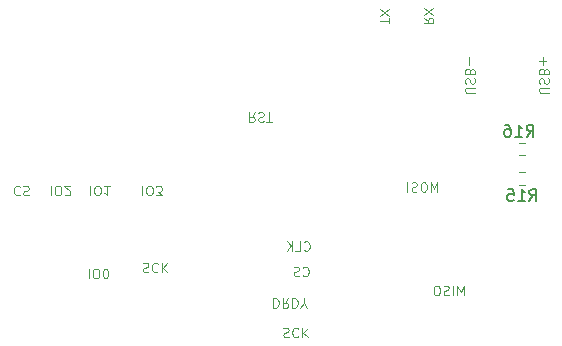
<source format=gbr>
%TF.GenerationSoftware,KiCad,Pcbnew,9.0.5*%
%TF.CreationDate,2026-01-02T01:02:28-05:00*%
%TF.ProjectId,fin-prototype,66696e2d-7072-46f7-946f-747970652e6b,rev?*%
%TF.SameCoordinates,Original*%
%TF.FileFunction,Legend,Bot*%
%TF.FilePolarity,Positive*%
%FSLAX46Y46*%
G04 Gerber Fmt 4.6, Leading zero omitted, Abs format (unit mm)*
G04 Created by KiCad (PCBNEW 9.0.5) date 2026-01-02 01:02:28*
%MOMM*%
%LPD*%
G01*
G04 APERTURE LIST*
%ADD10C,0.090000*%
%ADD11C,0.150000*%
%ADD12C,0.120000*%
G04 APERTURE END LIST*
D10*
X98666667Y-80210775D02*
X98628571Y-80172680D01*
X98628571Y-80172680D02*
X98514286Y-80134584D01*
X98514286Y-80134584D02*
X98438095Y-80134584D01*
X98438095Y-80134584D02*
X98323809Y-80172680D01*
X98323809Y-80172680D02*
X98247619Y-80248870D01*
X98247619Y-80248870D02*
X98209524Y-80325060D01*
X98209524Y-80325060D02*
X98171428Y-80477441D01*
X98171428Y-80477441D02*
X98171428Y-80591727D01*
X98171428Y-80591727D02*
X98209524Y-80744108D01*
X98209524Y-80744108D02*
X98247619Y-80820299D01*
X98247619Y-80820299D02*
X98323809Y-80896489D01*
X98323809Y-80896489D02*
X98438095Y-80934584D01*
X98438095Y-80934584D02*
X98514286Y-80934584D01*
X98514286Y-80934584D02*
X98628571Y-80896489D01*
X98628571Y-80896489D02*
X98666667Y-80858394D01*
X98971428Y-80172680D02*
X99085714Y-80134584D01*
X99085714Y-80134584D02*
X99276190Y-80134584D01*
X99276190Y-80134584D02*
X99352381Y-80172680D01*
X99352381Y-80172680D02*
X99390476Y-80210775D01*
X99390476Y-80210775D02*
X99428571Y-80286965D01*
X99428571Y-80286965D02*
X99428571Y-80363156D01*
X99428571Y-80363156D02*
X99390476Y-80439346D01*
X99390476Y-80439346D02*
X99352381Y-80477441D01*
X99352381Y-80477441D02*
X99276190Y-80515537D01*
X99276190Y-80515537D02*
X99123809Y-80553632D01*
X99123809Y-80553632D02*
X99047619Y-80591727D01*
X99047619Y-80591727D02*
X99009524Y-80629822D01*
X99009524Y-80629822D02*
X98971428Y-80706013D01*
X98971428Y-80706013D02*
X98971428Y-80782203D01*
X98971428Y-80782203D02*
X99009524Y-80858394D01*
X99009524Y-80858394D02*
X99047619Y-80896489D01*
X99047619Y-80896489D02*
X99123809Y-80934584D01*
X99123809Y-80934584D02*
X99314286Y-80934584D01*
X99314286Y-80934584D02*
X99428571Y-80896489D01*
X120147619Y-89634584D02*
X120147619Y-90434584D01*
X120147619Y-90434584D02*
X120338095Y-90434584D01*
X120338095Y-90434584D02*
X120452381Y-90396489D01*
X120452381Y-90396489D02*
X120528571Y-90320299D01*
X120528571Y-90320299D02*
X120566666Y-90244108D01*
X120566666Y-90244108D02*
X120604762Y-90091727D01*
X120604762Y-90091727D02*
X120604762Y-89977441D01*
X120604762Y-89977441D02*
X120566666Y-89825060D01*
X120566666Y-89825060D02*
X120528571Y-89748870D01*
X120528571Y-89748870D02*
X120452381Y-89672680D01*
X120452381Y-89672680D02*
X120338095Y-89634584D01*
X120338095Y-89634584D02*
X120147619Y-89634584D01*
X121404762Y-89634584D02*
X121138095Y-90015537D01*
X120947619Y-89634584D02*
X120947619Y-90434584D01*
X120947619Y-90434584D02*
X121252381Y-90434584D01*
X121252381Y-90434584D02*
X121328571Y-90396489D01*
X121328571Y-90396489D02*
X121366666Y-90358394D01*
X121366666Y-90358394D02*
X121404762Y-90282203D01*
X121404762Y-90282203D02*
X121404762Y-90167918D01*
X121404762Y-90167918D02*
X121366666Y-90091727D01*
X121366666Y-90091727D02*
X121328571Y-90053632D01*
X121328571Y-90053632D02*
X121252381Y-90015537D01*
X121252381Y-90015537D02*
X120947619Y-90015537D01*
X121747619Y-89634584D02*
X121747619Y-90434584D01*
X121747619Y-90434584D02*
X121938095Y-90434584D01*
X121938095Y-90434584D02*
X122052381Y-90396489D01*
X122052381Y-90396489D02*
X122128571Y-90320299D01*
X122128571Y-90320299D02*
X122166666Y-90244108D01*
X122166666Y-90244108D02*
X122204762Y-90091727D01*
X122204762Y-90091727D02*
X122204762Y-89977441D01*
X122204762Y-89977441D02*
X122166666Y-89825060D01*
X122166666Y-89825060D02*
X122128571Y-89748870D01*
X122128571Y-89748870D02*
X122052381Y-89672680D01*
X122052381Y-89672680D02*
X121938095Y-89634584D01*
X121938095Y-89634584D02*
X121747619Y-89634584D01*
X122700000Y-90015537D02*
X122700000Y-89634584D01*
X122433333Y-90434584D02*
X122700000Y-90015537D01*
X122700000Y-90015537D02*
X122966666Y-90434584D01*
X132884584Y-65883332D02*
X133265537Y-66149999D01*
X132884584Y-66340475D02*
X133684584Y-66340475D01*
X133684584Y-66340475D02*
X133684584Y-66035713D01*
X133684584Y-66035713D02*
X133646489Y-65959523D01*
X133646489Y-65959523D02*
X133608394Y-65921428D01*
X133608394Y-65921428D02*
X133532203Y-65883332D01*
X133532203Y-65883332D02*
X133417918Y-65883332D01*
X133417918Y-65883332D02*
X133341727Y-65921428D01*
X133341727Y-65921428D02*
X133303632Y-65959523D01*
X133303632Y-65959523D02*
X133265537Y-66035713D01*
X133265537Y-66035713D02*
X133265537Y-66340475D01*
X133684584Y-65616666D02*
X132884584Y-65083332D01*
X133684584Y-65083332D02*
X132884584Y-65616666D01*
X104630000Y-80134584D02*
X104630000Y-80934584D01*
X105163333Y-80934584D02*
X105315714Y-80934584D01*
X105315714Y-80934584D02*
X105391904Y-80896489D01*
X105391904Y-80896489D02*
X105468095Y-80820299D01*
X105468095Y-80820299D02*
X105506190Y-80667918D01*
X105506190Y-80667918D02*
X105506190Y-80401251D01*
X105506190Y-80401251D02*
X105468095Y-80248870D01*
X105468095Y-80248870D02*
X105391904Y-80172680D01*
X105391904Y-80172680D02*
X105315714Y-80134584D01*
X105315714Y-80134584D02*
X105163333Y-80134584D01*
X105163333Y-80134584D02*
X105087142Y-80172680D01*
X105087142Y-80172680D02*
X105010952Y-80248870D01*
X105010952Y-80248870D02*
X104972856Y-80401251D01*
X104972856Y-80401251D02*
X104972856Y-80667918D01*
X104972856Y-80667918D02*
X105010952Y-80820299D01*
X105010952Y-80820299D02*
X105087142Y-80896489D01*
X105087142Y-80896489D02*
X105163333Y-80934584D01*
X106268094Y-80134584D02*
X105810951Y-80134584D01*
X106039523Y-80134584D02*
X106039523Y-80934584D01*
X106039523Y-80934584D02*
X105963332Y-80820299D01*
X105963332Y-80820299D02*
X105887142Y-80744108D01*
X105887142Y-80744108D02*
X105810951Y-80706013D01*
X122633332Y-87684224D02*
X122671428Y-87722320D01*
X122671428Y-87722320D02*
X122785713Y-87760415D01*
X122785713Y-87760415D02*
X122861904Y-87760415D01*
X122861904Y-87760415D02*
X122976190Y-87722320D01*
X122976190Y-87722320D02*
X123052380Y-87646129D01*
X123052380Y-87646129D02*
X123090475Y-87569939D01*
X123090475Y-87569939D02*
X123128571Y-87417558D01*
X123128571Y-87417558D02*
X123128571Y-87303272D01*
X123128571Y-87303272D02*
X123090475Y-87150891D01*
X123090475Y-87150891D02*
X123052380Y-87074700D01*
X123052380Y-87074700D02*
X122976190Y-86998510D01*
X122976190Y-86998510D02*
X122861904Y-86960415D01*
X122861904Y-86960415D02*
X122785713Y-86960415D01*
X122785713Y-86960415D02*
X122671428Y-86998510D01*
X122671428Y-86998510D02*
X122633332Y-87036605D01*
X122328571Y-87722320D02*
X122214285Y-87760415D01*
X122214285Y-87760415D02*
X122023809Y-87760415D01*
X122023809Y-87760415D02*
X121947618Y-87722320D01*
X121947618Y-87722320D02*
X121909523Y-87684224D01*
X121909523Y-87684224D02*
X121871428Y-87608034D01*
X121871428Y-87608034D02*
X121871428Y-87531843D01*
X121871428Y-87531843D02*
X121909523Y-87455653D01*
X121909523Y-87455653D02*
X121947618Y-87417558D01*
X121947618Y-87417558D02*
X122023809Y-87379462D01*
X122023809Y-87379462D02*
X122176190Y-87341367D01*
X122176190Y-87341367D02*
X122252380Y-87303272D01*
X122252380Y-87303272D02*
X122290475Y-87265177D01*
X122290475Y-87265177D02*
X122328571Y-87188986D01*
X122328571Y-87188986D02*
X122328571Y-87112796D01*
X122328571Y-87112796D02*
X122290475Y-87036605D01*
X122290475Y-87036605D02*
X122252380Y-86998510D01*
X122252380Y-86998510D02*
X122176190Y-86960415D01*
X122176190Y-86960415D02*
X121985713Y-86960415D01*
X121985713Y-86960415D02*
X121871428Y-86998510D01*
X129934584Y-66359523D02*
X129934584Y-65902380D01*
X129134584Y-66130952D02*
X129934584Y-66130952D01*
X129934584Y-65711904D02*
X129134584Y-65178570D01*
X129934584Y-65178570D02*
X129134584Y-65711904D01*
X109030000Y-80134584D02*
X109030000Y-80934584D01*
X109563333Y-80934584D02*
X109715714Y-80934584D01*
X109715714Y-80934584D02*
X109791904Y-80896489D01*
X109791904Y-80896489D02*
X109868095Y-80820299D01*
X109868095Y-80820299D02*
X109906190Y-80667918D01*
X109906190Y-80667918D02*
X109906190Y-80401251D01*
X109906190Y-80401251D02*
X109868095Y-80248870D01*
X109868095Y-80248870D02*
X109791904Y-80172680D01*
X109791904Y-80172680D02*
X109715714Y-80134584D01*
X109715714Y-80134584D02*
X109563333Y-80134584D01*
X109563333Y-80134584D02*
X109487142Y-80172680D01*
X109487142Y-80172680D02*
X109410952Y-80248870D01*
X109410952Y-80248870D02*
X109372856Y-80401251D01*
X109372856Y-80401251D02*
X109372856Y-80667918D01*
X109372856Y-80667918D02*
X109410952Y-80820299D01*
X109410952Y-80820299D02*
X109487142Y-80896489D01*
X109487142Y-80896489D02*
X109563333Y-80934584D01*
X110172856Y-80934584D02*
X110668094Y-80934584D01*
X110668094Y-80934584D02*
X110401428Y-80629822D01*
X110401428Y-80629822D02*
X110515713Y-80629822D01*
X110515713Y-80629822D02*
X110591904Y-80591727D01*
X110591904Y-80591727D02*
X110629999Y-80553632D01*
X110629999Y-80553632D02*
X110668094Y-80477441D01*
X110668094Y-80477441D02*
X110668094Y-80286965D01*
X110668094Y-80286965D02*
X110629999Y-80210775D01*
X110629999Y-80210775D02*
X110591904Y-80172680D01*
X110591904Y-80172680D02*
X110515713Y-80134584D01*
X110515713Y-80134584D02*
X110287142Y-80134584D01*
X110287142Y-80134584D02*
X110210951Y-80172680D01*
X110210951Y-80172680D02*
X110172856Y-80210775D01*
X109101428Y-86672680D02*
X109215714Y-86634584D01*
X109215714Y-86634584D02*
X109406190Y-86634584D01*
X109406190Y-86634584D02*
X109482381Y-86672680D01*
X109482381Y-86672680D02*
X109520476Y-86710775D01*
X109520476Y-86710775D02*
X109558571Y-86786965D01*
X109558571Y-86786965D02*
X109558571Y-86863156D01*
X109558571Y-86863156D02*
X109520476Y-86939346D01*
X109520476Y-86939346D02*
X109482381Y-86977441D01*
X109482381Y-86977441D02*
X109406190Y-87015537D01*
X109406190Y-87015537D02*
X109253809Y-87053632D01*
X109253809Y-87053632D02*
X109177619Y-87091727D01*
X109177619Y-87091727D02*
X109139524Y-87129822D01*
X109139524Y-87129822D02*
X109101428Y-87206013D01*
X109101428Y-87206013D02*
X109101428Y-87282203D01*
X109101428Y-87282203D02*
X109139524Y-87358394D01*
X109139524Y-87358394D02*
X109177619Y-87396489D01*
X109177619Y-87396489D02*
X109253809Y-87434584D01*
X109253809Y-87434584D02*
X109444286Y-87434584D01*
X109444286Y-87434584D02*
X109558571Y-87396489D01*
X110358572Y-86710775D02*
X110320476Y-86672680D01*
X110320476Y-86672680D02*
X110206191Y-86634584D01*
X110206191Y-86634584D02*
X110130000Y-86634584D01*
X110130000Y-86634584D02*
X110015714Y-86672680D01*
X110015714Y-86672680D02*
X109939524Y-86748870D01*
X109939524Y-86748870D02*
X109901429Y-86825060D01*
X109901429Y-86825060D02*
X109863333Y-86977441D01*
X109863333Y-86977441D02*
X109863333Y-87091727D01*
X109863333Y-87091727D02*
X109901429Y-87244108D01*
X109901429Y-87244108D02*
X109939524Y-87320299D01*
X109939524Y-87320299D02*
X110015714Y-87396489D01*
X110015714Y-87396489D02*
X110130000Y-87434584D01*
X110130000Y-87434584D02*
X110206191Y-87434584D01*
X110206191Y-87434584D02*
X110320476Y-87396489D01*
X110320476Y-87396489D02*
X110358572Y-87358394D01*
X110701429Y-86634584D02*
X110701429Y-87434584D01*
X111158572Y-86634584D02*
X110815714Y-87091727D01*
X111158572Y-87434584D02*
X110701429Y-86977441D01*
X143434584Y-72254761D02*
X142786965Y-72254761D01*
X142786965Y-72254761D02*
X142710775Y-72216666D01*
X142710775Y-72216666D02*
X142672680Y-72178571D01*
X142672680Y-72178571D02*
X142634584Y-72102380D01*
X142634584Y-72102380D02*
X142634584Y-71949999D01*
X142634584Y-71949999D02*
X142672680Y-71873809D01*
X142672680Y-71873809D02*
X142710775Y-71835714D01*
X142710775Y-71835714D02*
X142786965Y-71797618D01*
X142786965Y-71797618D02*
X143434584Y-71797618D01*
X142672680Y-71454762D02*
X142634584Y-71340476D01*
X142634584Y-71340476D02*
X142634584Y-71150000D01*
X142634584Y-71150000D02*
X142672680Y-71073809D01*
X142672680Y-71073809D02*
X142710775Y-71035714D01*
X142710775Y-71035714D02*
X142786965Y-70997619D01*
X142786965Y-70997619D02*
X142863156Y-70997619D01*
X142863156Y-70997619D02*
X142939346Y-71035714D01*
X142939346Y-71035714D02*
X142977441Y-71073809D01*
X142977441Y-71073809D02*
X143015537Y-71150000D01*
X143015537Y-71150000D02*
X143053632Y-71302381D01*
X143053632Y-71302381D02*
X143091727Y-71378571D01*
X143091727Y-71378571D02*
X143129822Y-71416666D01*
X143129822Y-71416666D02*
X143206013Y-71454762D01*
X143206013Y-71454762D02*
X143282203Y-71454762D01*
X143282203Y-71454762D02*
X143358394Y-71416666D01*
X143358394Y-71416666D02*
X143396489Y-71378571D01*
X143396489Y-71378571D02*
X143434584Y-71302381D01*
X143434584Y-71302381D02*
X143434584Y-71111904D01*
X143434584Y-71111904D02*
X143396489Y-70997619D01*
X143053632Y-70388095D02*
X143015537Y-70273809D01*
X143015537Y-70273809D02*
X142977441Y-70235714D01*
X142977441Y-70235714D02*
X142901251Y-70197618D01*
X142901251Y-70197618D02*
X142786965Y-70197618D01*
X142786965Y-70197618D02*
X142710775Y-70235714D01*
X142710775Y-70235714D02*
X142672680Y-70273809D01*
X142672680Y-70273809D02*
X142634584Y-70349999D01*
X142634584Y-70349999D02*
X142634584Y-70654761D01*
X142634584Y-70654761D02*
X143434584Y-70654761D01*
X143434584Y-70654761D02*
X143434584Y-70388095D01*
X143434584Y-70388095D02*
X143396489Y-70311904D01*
X143396489Y-70311904D02*
X143358394Y-70273809D01*
X143358394Y-70273809D02*
X143282203Y-70235714D01*
X143282203Y-70235714D02*
X143206013Y-70235714D01*
X143206013Y-70235714D02*
X143129822Y-70273809D01*
X143129822Y-70273809D02*
X143091727Y-70311904D01*
X143091727Y-70311904D02*
X143053632Y-70388095D01*
X143053632Y-70388095D02*
X143053632Y-70654761D01*
X142939346Y-69854761D02*
X142939346Y-69245238D01*
X142634584Y-69549999D02*
X143244108Y-69549999D01*
D11*
X141580599Y-75954819D02*
X141913932Y-75478628D01*
X142152027Y-75954819D02*
X142152027Y-74954819D01*
X142152027Y-74954819D02*
X141771075Y-74954819D01*
X141771075Y-74954819D02*
X141675837Y-75002438D01*
X141675837Y-75002438D02*
X141628218Y-75050057D01*
X141628218Y-75050057D02*
X141580599Y-75145295D01*
X141580599Y-75145295D02*
X141580599Y-75288152D01*
X141580599Y-75288152D02*
X141628218Y-75383390D01*
X141628218Y-75383390D02*
X141675837Y-75431009D01*
X141675837Y-75431009D02*
X141771075Y-75478628D01*
X141771075Y-75478628D02*
X142152027Y-75478628D01*
X140628218Y-75954819D02*
X141199646Y-75954819D01*
X140913932Y-75954819D02*
X140913932Y-74954819D01*
X140913932Y-74954819D02*
X141009170Y-75097676D01*
X141009170Y-75097676D02*
X141104408Y-75192914D01*
X141104408Y-75192914D02*
X141199646Y-75240533D01*
X139771075Y-74954819D02*
X139961551Y-74954819D01*
X139961551Y-74954819D02*
X140056789Y-75002438D01*
X140056789Y-75002438D02*
X140104408Y-75050057D01*
X140104408Y-75050057D02*
X140199646Y-75192914D01*
X140199646Y-75192914D02*
X140247265Y-75383390D01*
X140247265Y-75383390D02*
X140247265Y-75764342D01*
X140247265Y-75764342D02*
X140199646Y-75859580D01*
X140199646Y-75859580D02*
X140152027Y-75907200D01*
X140152027Y-75907200D02*
X140056789Y-75954819D01*
X140056789Y-75954819D02*
X139866313Y-75954819D01*
X139866313Y-75954819D02*
X139771075Y-75907200D01*
X139771075Y-75907200D02*
X139723456Y-75859580D01*
X139723456Y-75859580D02*
X139675837Y-75764342D01*
X139675837Y-75764342D02*
X139675837Y-75526247D01*
X139675837Y-75526247D02*
X139723456Y-75431009D01*
X139723456Y-75431009D02*
X139771075Y-75383390D01*
X139771075Y-75383390D02*
X139866313Y-75335771D01*
X139866313Y-75335771D02*
X140056789Y-75335771D01*
X140056789Y-75335771D02*
X140152027Y-75383390D01*
X140152027Y-75383390D02*
X140199646Y-75431009D01*
X140199646Y-75431009D02*
X140247265Y-75526247D01*
D10*
X104500000Y-87134584D02*
X104500000Y-87934584D01*
X105033333Y-87934584D02*
X105185714Y-87934584D01*
X105185714Y-87934584D02*
X105261904Y-87896489D01*
X105261904Y-87896489D02*
X105338095Y-87820299D01*
X105338095Y-87820299D02*
X105376190Y-87667918D01*
X105376190Y-87667918D02*
X105376190Y-87401251D01*
X105376190Y-87401251D02*
X105338095Y-87248870D01*
X105338095Y-87248870D02*
X105261904Y-87172680D01*
X105261904Y-87172680D02*
X105185714Y-87134584D01*
X105185714Y-87134584D02*
X105033333Y-87134584D01*
X105033333Y-87134584D02*
X104957142Y-87172680D01*
X104957142Y-87172680D02*
X104880952Y-87248870D01*
X104880952Y-87248870D02*
X104842856Y-87401251D01*
X104842856Y-87401251D02*
X104842856Y-87667918D01*
X104842856Y-87667918D02*
X104880952Y-87820299D01*
X104880952Y-87820299D02*
X104957142Y-87896489D01*
X104957142Y-87896489D02*
X105033333Y-87934584D01*
X105871428Y-87934584D02*
X105947618Y-87934584D01*
X105947618Y-87934584D02*
X106023809Y-87896489D01*
X106023809Y-87896489D02*
X106061904Y-87858394D01*
X106061904Y-87858394D02*
X106099999Y-87782203D01*
X106099999Y-87782203D02*
X106138094Y-87629822D01*
X106138094Y-87629822D02*
X106138094Y-87439346D01*
X106138094Y-87439346D02*
X106099999Y-87286965D01*
X106099999Y-87286965D02*
X106061904Y-87210775D01*
X106061904Y-87210775D02*
X106023809Y-87172680D01*
X106023809Y-87172680D02*
X105947618Y-87134584D01*
X105947618Y-87134584D02*
X105871428Y-87134584D01*
X105871428Y-87134584D02*
X105795237Y-87172680D01*
X105795237Y-87172680D02*
X105757142Y-87210775D01*
X105757142Y-87210775D02*
X105719047Y-87286965D01*
X105719047Y-87286965D02*
X105680951Y-87439346D01*
X105680951Y-87439346D02*
X105680951Y-87629822D01*
X105680951Y-87629822D02*
X105719047Y-87782203D01*
X105719047Y-87782203D02*
X105757142Y-87858394D01*
X105757142Y-87858394D02*
X105795237Y-87896489D01*
X105795237Y-87896489D02*
X105871428Y-87934584D01*
X101300000Y-80134584D02*
X101300000Y-80934584D01*
X101833333Y-80934584D02*
X101985714Y-80934584D01*
X101985714Y-80934584D02*
X102061904Y-80896489D01*
X102061904Y-80896489D02*
X102138095Y-80820299D01*
X102138095Y-80820299D02*
X102176190Y-80667918D01*
X102176190Y-80667918D02*
X102176190Y-80401251D01*
X102176190Y-80401251D02*
X102138095Y-80248870D01*
X102138095Y-80248870D02*
X102061904Y-80172680D01*
X102061904Y-80172680D02*
X101985714Y-80134584D01*
X101985714Y-80134584D02*
X101833333Y-80134584D01*
X101833333Y-80134584D02*
X101757142Y-80172680D01*
X101757142Y-80172680D02*
X101680952Y-80248870D01*
X101680952Y-80248870D02*
X101642856Y-80401251D01*
X101642856Y-80401251D02*
X101642856Y-80667918D01*
X101642856Y-80667918D02*
X101680952Y-80820299D01*
X101680952Y-80820299D02*
X101757142Y-80896489D01*
X101757142Y-80896489D02*
X101833333Y-80934584D01*
X102480951Y-80858394D02*
X102519047Y-80896489D01*
X102519047Y-80896489D02*
X102595237Y-80934584D01*
X102595237Y-80934584D02*
X102785713Y-80934584D01*
X102785713Y-80934584D02*
X102861904Y-80896489D01*
X102861904Y-80896489D02*
X102899999Y-80858394D01*
X102899999Y-80858394D02*
X102938094Y-80782203D01*
X102938094Y-80782203D02*
X102938094Y-80706013D01*
X102938094Y-80706013D02*
X102899999Y-80591727D01*
X102899999Y-80591727D02*
X102442856Y-80134584D01*
X102442856Y-80134584D02*
X102938094Y-80134584D01*
X136257142Y-89365415D02*
X136257142Y-88565415D01*
X136257142Y-88565415D02*
X135990476Y-89136843D01*
X135990476Y-89136843D02*
X135723809Y-88565415D01*
X135723809Y-88565415D02*
X135723809Y-89365415D01*
X135342856Y-89365415D02*
X135342856Y-88565415D01*
X135000000Y-89327320D02*
X134885714Y-89365415D01*
X134885714Y-89365415D02*
X134695238Y-89365415D01*
X134695238Y-89365415D02*
X134619047Y-89327320D01*
X134619047Y-89327320D02*
X134580952Y-89289224D01*
X134580952Y-89289224D02*
X134542857Y-89213034D01*
X134542857Y-89213034D02*
X134542857Y-89136843D01*
X134542857Y-89136843D02*
X134580952Y-89060653D01*
X134580952Y-89060653D02*
X134619047Y-89022558D01*
X134619047Y-89022558D02*
X134695238Y-88984462D01*
X134695238Y-88984462D02*
X134847619Y-88946367D01*
X134847619Y-88946367D02*
X134923809Y-88908272D01*
X134923809Y-88908272D02*
X134961904Y-88870177D01*
X134961904Y-88870177D02*
X135000000Y-88793986D01*
X135000000Y-88793986D02*
X135000000Y-88717796D01*
X135000000Y-88717796D02*
X134961904Y-88641605D01*
X134961904Y-88641605D02*
X134923809Y-88603510D01*
X134923809Y-88603510D02*
X134847619Y-88565415D01*
X134847619Y-88565415D02*
X134657142Y-88565415D01*
X134657142Y-88565415D02*
X134542857Y-88603510D01*
X134047618Y-88565415D02*
X133895237Y-88565415D01*
X133895237Y-88565415D02*
X133819047Y-88603510D01*
X133819047Y-88603510D02*
X133742856Y-88679700D01*
X133742856Y-88679700D02*
X133704761Y-88832081D01*
X133704761Y-88832081D02*
X133704761Y-89098748D01*
X133704761Y-89098748D02*
X133742856Y-89251129D01*
X133742856Y-89251129D02*
X133819047Y-89327320D01*
X133819047Y-89327320D02*
X133895237Y-89365415D01*
X133895237Y-89365415D02*
X134047618Y-89365415D01*
X134047618Y-89365415D02*
X134123809Y-89327320D01*
X134123809Y-89327320D02*
X134199999Y-89251129D01*
X134199999Y-89251129D02*
X134238095Y-89098748D01*
X134238095Y-89098748D02*
X134238095Y-88832081D01*
X134238095Y-88832081D02*
X134199999Y-88679700D01*
X134199999Y-88679700D02*
X134123809Y-88603510D01*
X134123809Y-88603510D02*
X134047618Y-88565415D01*
X118561905Y-73884584D02*
X118295238Y-74265537D01*
X118104762Y-73884584D02*
X118104762Y-74684584D01*
X118104762Y-74684584D02*
X118409524Y-74684584D01*
X118409524Y-74684584D02*
X118485714Y-74646489D01*
X118485714Y-74646489D02*
X118523809Y-74608394D01*
X118523809Y-74608394D02*
X118561905Y-74532203D01*
X118561905Y-74532203D02*
X118561905Y-74417918D01*
X118561905Y-74417918D02*
X118523809Y-74341727D01*
X118523809Y-74341727D02*
X118485714Y-74303632D01*
X118485714Y-74303632D02*
X118409524Y-74265537D01*
X118409524Y-74265537D02*
X118104762Y-74265537D01*
X118866666Y-73922680D02*
X118980952Y-73884584D01*
X118980952Y-73884584D02*
X119171428Y-73884584D01*
X119171428Y-73884584D02*
X119247619Y-73922680D01*
X119247619Y-73922680D02*
X119285714Y-73960775D01*
X119285714Y-73960775D02*
X119323809Y-74036965D01*
X119323809Y-74036965D02*
X119323809Y-74113156D01*
X119323809Y-74113156D02*
X119285714Y-74189346D01*
X119285714Y-74189346D02*
X119247619Y-74227441D01*
X119247619Y-74227441D02*
X119171428Y-74265537D01*
X119171428Y-74265537D02*
X119019047Y-74303632D01*
X119019047Y-74303632D02*
X118942857Y-74341727D01*
X118942857Y-74341727D02*
X118904762Y-74379822D01*
X118904762Y-74379822D02*
X118866666Y-74456013D01*
X118866666Y-74456013D02*
X118866666Y-74532203D01*
X118866666Y-74532203D02*
X118904762Y-74608394D01*
X118904762Y-74608394D02*
X118942857Y-74646489D01*
X118942857Y-74646489D02*
X119019047Y-74684584D01*
X119019047Y-74684584D02*
X119209524Y-74684584D01*
X119209524Y-74684584D02*
X119323809Y-74646489D01*
X119552381Y-74684584D02*
X120009524Y-74684584D01*
X119780952Y-73884584D02*
X119780952Y-74684584D01*
X137184584Y-72254761D02*
X136536965Y-72254761D01*
X136536965Y-72254761D02*
X136460775Y-72216666D01*
X136460775Y-72216666D02*
X136422680Y-72178571D01*
X136422680Y-72178571D02*
X136384584Y-72102380D01*
X136384584Y-72102380D02*
X136384584Y-71949999D01*
X136384584Y-71949999D02*
X136422680Y-71873809D01*
X136422680Y-71873809D02*
X136460775Y-71835714D01*
X136460775Y-71835714D02*
X136536965Y-71797618D01*
X136536965Y-71797618D02*
X137184584Y-71797618D01*
X136422680Y-71454762D02*
X136384584Y-71340476D01*
X136384584Y-71340476D02*
X136384584Y-71150000D01*
X136384584Y-71150000D02*
X136422680Y-71073809D01*
X136422680Y-71073809D02*
X136460775Y-71035714D01*
X136460775Y-71035714D02*
X136536965Y-70997619D01*
X136536965Y-70997619D02*
X136613156Y-70997619D01*
X136613156Y-70997619D02*
X136689346Y-71035714D01*
X136689346Y-71035714D02*
X136727441Y-71073809D01*
X136727441Y-71073809D02*
X136765537Y-71150000D01*
X136765537Y-71150000D02*
X136803632Y-71302381D01*
X136803632Y-71302381D02*
X136841727Y-71378571D01*
X136841727Y-71378571D02*
X136879822Y-71416666D01*
X136879822Y-71416666D02*
X136956013Y-71454762D01*
X136956013Y-71454762D02*
X137032203Y-71454762D01*
X137032203Y-71454762D02*
X137108394Y-71416666D01*
X137108394Y-71416666D02*
X137146489Y-71378571D01*
X137146489Y-71378571D02*
X137184584Y-71302381D01*
X137184584Y-71302381D02*
X137184584Y-71111904D01*
X137184584Y-71111904D02*
X137146489Y-70997619D01*
X136803632Y-70388095D02*
X136765537Y-70273809D01*
X136765537Y-70273809D02*
X136727441Y-70235714D01*
X136727441Y-70235714D02*
X136651251Y-70197618D01*
X136651251Y-70197618D02*
X136536965Y-70197618D01*
X136536965Y-70197618D02*
X136460775Y-70235714D01*
X136460775Y-70235714D02*
X136422680Y-70273809D01*
X136422680Y-70273809D02*
X136384584Y-70349999D01*
X136384584Y-70349999D02*
X136384584Y-70654761D01*
X136384584Y-70654761D02*
X137184584Y-70654761D01*
X137184584Y-70654761D02*
X137184584Y-70388095D01*
X137184584Y-70388095D02*
X137146489Y-70311904D01*
X137146489Y-70311904D02*
X137108394Y-70273809D01*
X137108394Y-70273809D02*
X137032203Y-70235714D01*
X137032203Y-70235714D02*
X136956013Y-70235714D01*
X136956013Y-70235714D02*
X136879822Y-70273809D01*
X136879822Y-70273809D02*
X136841727Y-70311904D01*
X136841727Y-70311904D02*
X136803632Y-70388095D01*
X136803632Y-70388095D02*
X136803632Y-70654761D01*
X136689346Y-69854761D02*
X136689346Y-69245238D01*
D11*
X141817857Y-81394819D02*
X142151190Y-80918628D01*
X142389285Y-81394819D02*
X142389285Y-80394819D01*
X142389285Y-80394819D02*
X142008333Y-80394819D01*
X142008333Y-80394819D02*
X141913095Y-80442438D01*
X141913095Y-80442438D02*
X141865476Y-80490057D01*
X141865476Y-80490057D02*
X141817857Y-80585295D01*
X141817857Y-80585295D02*
X141817857Y-80728152D01*
X141817857Y-80728152D02*
X141865476Y-80823390D01*
X141865476Y-80823390D02*
X141913095Y-80871009D01*
X141913095Y-80871009D02*
X142008333Y-80918628D01*
X142008333Y-80918628D02*
X142389285Y-80918628D01*
X140865476Y-81394819D02*
X141436904Y-81394819D01*
X141151190Y-81394819D02*
X141151190Y-80394819D01*
X141151190Y-80394819D02*
X141246428Y-80537676D01*
X141246428Y-80537676D02*
X141341666Y-80632914D01*
X141341666Y-80632914D02*
X141436904Y-80680533D01*
X139960714Y-80394819D02*
X140436904Y-80394819D01*
X140436904Y-80394819D02*
X140484523Y-80871009D01*
X140484523Y-80871009D02*
X140436904Y-80823390D01*
X140436904Y-80823390D02*
X140341666Y-80775771D01*
X140341666Y-80775771D02*
X140103571Y-80775771D01*
X140103571Y-80775771D02*
X140008333Y-80823390D01*
X140008333Y-80823390D02*
X139960714Y-80871009D01*
X139960714Y-80871009D02*
X139913095Y-80966247D01*
X139913095Y-80966247D02*
X139913095Y-81204342D01*
X139913095Y-81204342D02*
X139960714Y-81299580D01*
X139960714Y-81299580D02*
X140008333Y-81347200D01*
X140008333Y-81347200D02*
X140103571Y-81394819D01*
X140103571Y-81394819D02*
X140341666Y-81394819D01*
X140341666Y-81394819D02*
X140436904Y-81347200D01*
X140436904Y-81347200D02*
X140484523Y-81299580D01*
D10*
X134007142Y-80615415D02*
X134007142Y-79815415D01*
X134007142Y-79815415D02*
X133740476Y-80386843D01*
X133740476Y-80386843D02*
X133473809Y-79815415D01*
X133473809Y-79815415D02*
X133473809Y-80615415D01*
X132940475Y-79815415D02*
X132788094Y-79815415D01*
X132788094Y-79815415D02*
X132711904Y-79853510D01*
X132711904Y-79853510D02*
X132635713Y-79929700D01*
X132635713Y-79929700D02*
X132597618Y-80082081D01*
X132597618Y-80082081D02*
X132597618Y-80348748D01*
X132597618Y-80348748D02*
X132635713Y-80501129D01*
X132635713Y-80501129D02*
X132711904Y-80577320D01*
X132711904Y-80577320D02*
X132788094Y-80615415D01*
X132788094Y-80615415D02*
X132940475Y-80615415D01*
X132940475Y-80615415D02*
X133016666Y-80577320D01*
X133016666Y-80577320D02*
X133092856Y-80501129D01*
X133092856Y-80501129D02*
X133130952Y-80348748D01*
X133130952Y-80348748D02*
X133130952Y-80082081D01*
X133130952Y-80082081D02*
X133092856Y-79929700D01*
X133092856Y-79929700D02*
X133016666Y-79853510D01*
X133016666Y-79853510D02*
X132940475Y-79815415D01*
X132292857Y-80577320D02*
X132178571Y-80615415D01*
X132178571Y-80615415D02*
X131988095Y-80615415D01*
X131988095Y-80615415D02*
X131911904Y-80577320D01*
X131911904Y-80577320D02*
X131873809Y-80539224D01*
X131873809Y-80539224D02*
X131835714Y-80463034D01*
X131835714Y-80463034D02*
X131835714Y-80386843D01*
X131835714Y-80386843D02*
X131873809Y-80310653D01*
X131873809Y-80310653D02*
X131911904Y-80272558D01*
X131911904Y-80272558D02*
X131988095Y-80234462D01*
X131988095Y-80234462D02*
X132140476Y-80196367D01*
X132140476Y-80196367D02*
X132216666Y-80158272D01*
X132216666Y-80158272D02*
X132254761Y-80120177D01*
X132254761Y-80120177D02*
X132292857Y-80043986D01*
X132292857Y-80043986D02*
X132292857Y-79967796D01*
X132292857Y-79967796D02*
X132254761Y-79891605D01*
X132254761Y-79891605D02*
X132216666Y-79853510D01*
X132216666Y-79853510D02*
X132140476Y-79815415D01*
X132140476Y-79815415D02*
X131949999Y-79815415D01*
X131949999Y-79815415D02*
X131835714Y-79853510D01*
X131492856Y-80615415D02*
X131492856Y-79815415D01*
X120971428Y-92172680D02*
X121085714Y-92134584D01*
X121085714Y-92134584D02*
X121276190Y-92134584D01*
X121276190Y-92134584D02*
X121352381Y-92172680D01*
X121352381Y-92172680D02*
X121390476Y-92210775D01*
X121390476Y-92210775D02*
X121428571Y-92286965D01*
X121428571Y-92286965D02*
X121428571Y-92363156D01*
X121428571Y-92363156D02*
X121390476Y-92439346D01*
X121390476Y-92439346D02*
X121352381Y-92477441D01*
X121352381Y-92477441D02*
X121276190Y-92515537D01*
X121276190Y-92515537D02*
X121123809Y-92553632D01*
X121123809Y-92553632D02*
X121047619Y-92591727D01*
X121047619Y-92591727D02*
X121009524Y-92629822D01*
X121009524Y-92629822D02*
X120971428Y-92706013D01*
X120971428Y-92706013D02*
X120971428Y-92782203D01*
X120971428Y-92782203D02*
X121009524Y-92858394D01*
X121009524Y-92858394D02*
X121047619Y-92896489D01*
X121047619Y-92896489D02*
X121123809Y-92934584D01*
X121123809Y-92934584D02*
X121314286Y-92934584D01*
X121314286Y-92934584D02*
X121428571Y-92896489D01*
X122228572Y-92210775D02*
X122190476Y-92172680D01*
X122190476Y-92172680D02*
X122076191Y-92134584D01*
X122076191Y-92134584D02*
X122000000Y-92134584D01*
X122000000Y-92134584D02*
X121885714Y-92172680D01*
X121885714Y-92172680D02*
X121809524Y-92248870D01*
X121809524Y-92248870D02*
X121771429Y-92325060D01*
X121771429Y-92325060D02*
X121733333Y-92477441D01*
X121733333Y-92477441D02*
X121733333Y-92591727D01*
X121733333Y-92591727D02*
X121771429Y-92744108D01*
X121771429Y-92744108D02*
X121809524Y-92820299D01*
X121809524Y-92820299D02*
X121885714Y-92896489D01*
X121885714Y-92896489D02*
X122000000Y-92934584D01*
X122000000Y-92934584D02*
X122076191Y-92934584D01*
X122076191Y-92934584D02*
X122190476Y-92896489D01*
X122190476Y-92896489D02*
X122228572Y-92858394D01*
X122571429Y-92134584D02*
X122571429Y-92934584D01*
X123028572Y-92134584D02*
X122685714Y-92591727D01*
X123028572Y-92934584D02*
X122571429Y-92477441D01*
X122726189Y-85539224D02*
X122764285Y-85577320D01*
X122764285Y-85577320D02*
X122878570Y-85615415D01*
X122878570Y-85615415D02*
X122954761Y-85615415D01*
X122954761Y-85615415D02*
X123069047Y-85577320D01*
X123069047Y-85577320D02*
X123145237Y-85501129D01*
X123145237Y-85501129D02*
X123183332Y-85424939D01*
X123183332Y-85424939D02*
X123221428Y-85272558D01*
X123221428Y-85272558D02*
X123221428Y-85158272D01*
X123221428Y-85158272D02*
X123183332Y-85005891D01*
X123183332Y-85005891D02*
X123145237Y-84929700D01*
X123145237Y-84929700D02*
X123069047Y-84853510D01*
X123069047Y-84853510D02*
X122954761Y-84815415D01*
X122954761Y-84815415D02*
X122878570Y-84815415D01*
X122878570Y-84815415D02*
X122764285Y-84853510D01*
X122764285Y-84853510D02*
X122726189Y-84891605D01*
X122002380Y-85615415D02*
X122383332Y-85615415D01*
X122383332Y-85615415D02*
X122383332Y-84815415D01*
X121735713Y-85615415D02*
X121735713Y-84815415D01*
X121278570Y-85615415D02*
X121621428Y-85158272D01*
X121278570Y-84815415D02*
X121735713Y-85272558D01*
D12*
%TO.C,R16*%
X140937742Y-76477500D02*
X141412258Y-76477500D01*
X140937742Y-77522500D02*
X141412258Y-77522500D01*
%TO.C,R15*%
X140937742Y-78987500D02*
X141412258Y-78987500D01*
X140937742Y-80032500D02*
X141412258Y-80032500D01*
%TD*%
M02*

</source>
